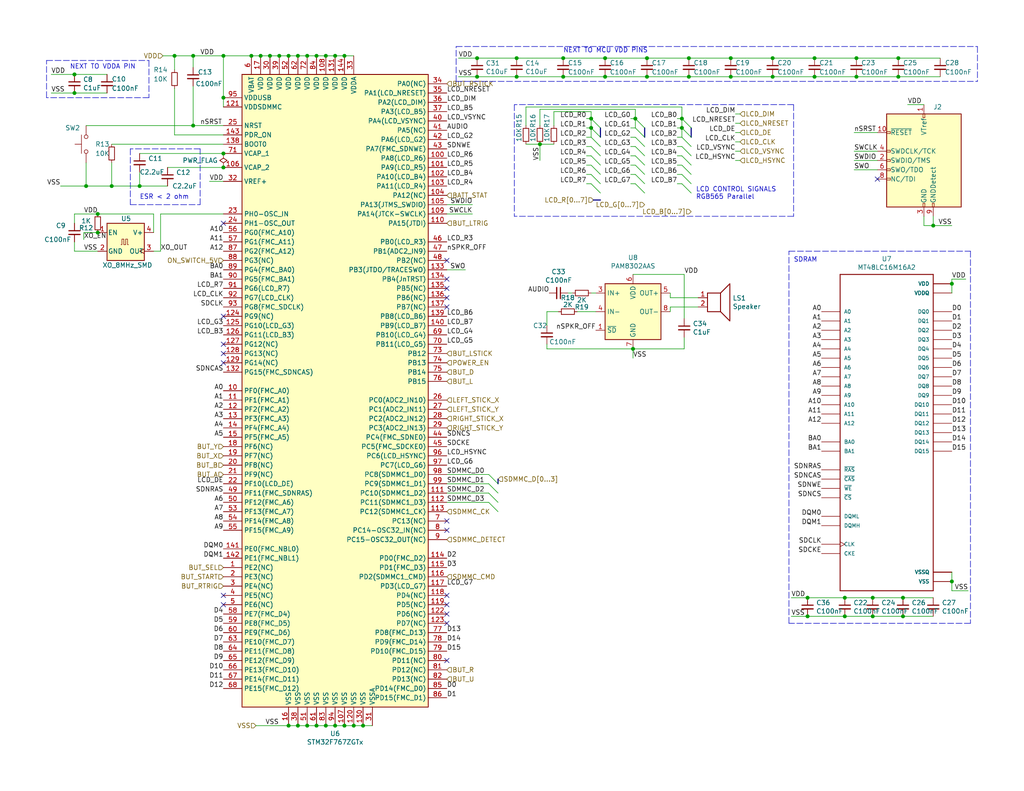
<source format=kicad_sch>
(kicad_sch (version 20210621) (generator eeschema)
  (paper "A")
  (title_block (title "MCU/RAM/SOUND") (date "2019-11-10") (rev "A") (company "Justin Alexander"))
  (junction (at 20.32 20.32) (diameter 0.9144))
  (junction (at 20.32 25.4) (diameter 0.9144))
  (junction (at 23.495 50.8) (diameter 0.9144))
  (junction (at 26.67 58.42) (diameter 0.9144))
  (junction (at 26.67 63.5) (diameter 0.9144))
  (junction (at 30.48 50.8) (diameter 0.9144))
  (junction (at 38.1 50.8) (diameter 0.9144))
  (junction (at 47.625 15.24) (diameter 0.9144))
  (junction (at 52.705 15.24) (diameter 0.9144))
  (junction (at 52.705 34.29) (diameter 0.9144))
  (junction (at 60.96 15.24) (diameter 0.9144))
  (junction (at 60.96 26.67) (diameter 0.9144))
  (junction (at 60.96 41.91) (diameter 0.9144))
  (junction (at 60.96 45.72) (diameter 0.9144))
  (junction (at 68.58 15.24) (diameter 0.9144))
  (junction (at 71.12 15.24) (diameter 0.9144))
  (junction (at 73.66 15.24) (diameter 0.9144))
  (junction (at 76.2 15.24) (diameter 0.9144))
  (junction (at 78.74 15.24) (diameter 0.9144))
  (junction (at 78.74 198.12) (diameter 0.9144))
  (junction (at 81.28 15.24) (diameter 0.9144))
  (junction (at 81.28 198.12) (diameter 0.9144))
  (junction (at 83.82 15.24) (diameter 0.9144))
  (junction (at 83.82 198.12) (diameter 0.9144))
  (junction (at 86.36 15.24) (diameter 0.9144))
  (junction (at 86.36 198.12) (diameter 0.9144))
  (junction (at 88.9 15.24) (diameter 0.9144))
  (junction (at 88.9 198.12) (diameter 0.9144))
  (junction (at 91.44 15.24) (diameter 0.9144))
  (junction (at 91.44 198.12) (diameter 0.9144))
  (junction (at 93.98 15.24) (diameter 0.9144))
  (junction (at 93.98 198.12) (diameter 0.9144))
  (junction (at 96.52 198.12) (diameter 0.9144))
  (junction (at 99.06 198.12) (diameter 0.9144))
  (junction (at 130.175 15.875) (diameter 0.9144))
  (junction (at 130.175 20.955) (diameter 0.9144))
  (junction (at 140.97 15.875) (diameter 0.9144))
  (junction (at 140.97 20.955) (diameter 0.9144))
  (junction (at 147.32 39.37) (diameter 0.9144))
  (junction (at 153.67 15.875) (diameter 0.9144))
  (junction (at 153.67 20.955) (diameter 0.9144))
  (junction (at 161.29 32.385) (diameter 0.9144))
  (junction (at 161.29 34.925) (diameter 0.9144))
  (junction (at 165.1 15.875) (diameter 0.9144))
  (junction (at 165.1 20.955) (diameter 0.9144))
  (junction (at 172.72 95.25) (diameter 0.9144))
  (junction (at 173.355 32.385) (diameter 0.9144))
  (junction (at 176.53 15.875) (diameter 0.9144))
  (junction (at 176.53 20.955) (diameter 0.9144))
  (junction (at 186.055 32.385) (diameter 0.9144))
  (junction (at 186.055 34.925) (diameter 0.9144))
  (junction (at 187.96 15.875) (diameter 0.9144))
  (junction (at 187.96 20.955) (diameter 0.9144))
  (junction (at 199.39 15.875) (diameter 0.9144))
  (junction (at 199.39 20.955) (diameter 0.9144))
  (junction (at 210.82 15.875) (diameter 0.9144))
  (junction (at 210.82 20.955) (diameter 0.9144))
  (junction (at 220.345 163.195) (diameter 0.9144))
  (junction (at 220.345 168.275) (diameter 0.9144))
  (junction (at 222.25 15.875) (diameter 0.9144))
  (junction (at 222.25 20.955) (diameter 0.9144))
  (junction (at 230.505 163.195) (diameter 0.9144))
  (junction (at 230.505 168.275) (diameter 0.9144))
  (junction (at 233.68 15.875) (diameter 0.9144))
  (junction (at 233.68 20.955) (diameter 0.9144))
  (junction (at 238.125 163.195) (diameter 0.9144))
  (junction (at 238.125 168.275) (diameter 0.9144))
  (junction (at 245.11 15.875) (diameter 0.9144))
  (junction (at 245.11 20.955) (diameter 0.9144))
  (junction (at 246.38 163.195) (diameter 0.9144))
  (junction (at 246.38 168.275) (diameter 0.9144))
  (junction (at 254.635 61.595) (diameter 0.9144))
  (junction (at 259.715 77.47) (diameter 0.9144))
  (junction (at 259.715 158.75) (diameter 0.9144))
  (no_connect (at 60.96 60.96))
  (no_connect (at 60.96 86.36))
  (no_connect (at 60.96 93.98))
  (no_connect (at 60.96 96.52))
  (no_connect (at 60.96 99.06))
  (no_connect (at 60.96 162.56))
  (no_connect (at 60.96 165.1))
  (no_connect (at 121.92 71.12))
  (no_connect (at 121.92 76.2))
  (no_connect (at 121.92 78.74))
  (no_connect (at 121.92 81.28))
  (no_connect (at 121.92 83.82))
  (no_connect (at 121.92 142.24))
  (no_connect (at 121.92 144.78))
  (no_connect (at 121.92 162.56))
  (no_connect (at 121.92 165.1))
  (no_connect (at 121.92 167.64))
  (no_connect (at 121.92 170.18))
  (no_connect (at 121.92 180.34))
  (no_connect (at 239.395 48.895))
  (bus_entry (at 133.35 129.54) (size 2.54 2.54) (stroke (width 0.1524)))
  (bus_entry (at 133.35 132.08) (size 2.54 2.54) (stroke (width 0.1524)))
  (bus_entry (at 133.35 134.62) (size 2.54 2.54) (stroke (width 0.1524)))
  (bus_entry (at 133.35 137.16) (size 2.54 2.54) (stroke (width 0.1524)))
  (bus_entry (at 161.29 32.385) (size 2.54 2.54) (stroke (width 0.1524)))
  (bus_entry (at 161.29 34.925) (size 2.54 2.54) (stroke (width 0.1524)))
  (bus_entry (at 161.29 37.465) (size 2.54 2.54) (stroke (width 0.1524)))
  (bus_entry (at 161.29 40.005) (size 2.54 2.54) (stroke (width 0.1524)))
  (bus_entry (at 161.29 42.545) (size 2.54 2.54) (stroke (width 0.1524)))
  (bus_entry (at 161.29 45.085) (size 2.54 2.54) (stroke (width 0.1524)))
  (bus_entry (at 161.29 47.625) (size 2.54 2.54) (stroke (width 0.1524)))
  (bus_entry (at 161.29 50.165) (size 2.54 2.54) (stroke (width 0.1524)))
  (bus_entry (at 173.355 32.385) (size 2.54 2.54) (stroke (width 0.1524)))
  (bus_entry (at 173.355 34.925) (size 2.54 2.54) (stroke (width 0.1524)))
  (bus_entry (at 173.355 37.465) (size 2.54 2.54) (stroke (width 0.1524)))
  (bus_entry (at 173.355 40.005) (size 2.54 2.54) (stroke (width 0.1524)))
  (bus_entry (at 173.355 42.545) (size 2.54 2.54) (stroke (width 0.1524)))
  (bus_entry (at 173.355 45.085) (size 2.54 2.54) (stroke (width 0.1524)))
  (bus_entry (at 173.355 47.625) (size 2.54 2.54) (stroke (width 0.1524)))
  (bus_entry (at 173.355 50.165) (size 2.54 2.54) (stroke (width 0.1524)))
  (bus_entry (at 186.055 32.385) (size 2.54 2.54) (stroke (width 0.1524)))
  (bus_entry (at 186.055 34.925) (size 2.54 2.54) (stroke (width 0.1524)))
  (bus_entry (at 186.055 37.465) (size 2.54 2.54) (stroke (width 0.1524)))
  (bus_entry (at 186.055 40.005) (size 2.54 2.54) (stroke (width 0.1524)))
  (bus_entry (at 186.055 42.545) (size 2.54 2.54) (stroke (width 0.1524)))
  (bus_entry (at 186.055 45.085) (size 2.54 2.54) (stroke (width 0.1524)))
  (bus_entry (at 186.055 47.625) (size 2.54 2.54) (stroke (width 0.1524)))
  (bus_entry (at 186.055 50.165) (size 2.54 2.54) (stroke (width 0.1524)))
  (wire (pts (xy 16.51 50.8) (xy 23.495 50.8)))
  (wire (pts (xy 20.32 20.32) (xy 13.97 20.32)))
  (wire (pts (xy 20.32 25.4) (xy 13.97 25.4)))
  (wire (pts (xy 20.32 58.42) (xy 20.32 60.96)))
  (wire (pts (xy 20.32 58.42) (xy 26.67 58.42)))
  (wire (pts (xy 20.32 66.04) (xy 20.32 68.58)))
  (wire (pts (xy 20.32 68.58) (xy 26.67 68.58)))
  (wire (pts (xy 22.86 63.5) (xy 22.86 65.405)))
  (wire (pts (xy 23.495 44.45) (xy 23.495 50.8)))
  (wire (pts (xy 23.495 50.8) (xy 30.48 50.8)))
  (wire (pts (xy 26.67 63.5) (xy 22.86 63.5)))
  (wire (pts (xy 29.21 20.32) (xy 20.32 20.32)))
  (wire (pts (xy 29.21 25.4) (xy 20.32 25.4)))
  (wire (pts (xy 30.48 39.37) (xy 60.96 39.37)))
  (wire (pts (xy 30.48 44.45) (xy 30.48 50.8)))
  (wire (pts (xy 38.1 41.91) (xy 60.96 41.91)))
  (wire (pts (xy 38.1 46.99) (xy 38.1 50.8)))
  (wire (pts (xy 38.1 50.8) (xy 30.48 50.8)))
  (wire (pts (xy 41.91 58.42) (xy 26.67 58.42)))
  (wire (pts (xy 41.91 63.5) (xy 41.91 58.42)))
  (wire (pts (xy 41.91 68.58) (xy 43.815 68.58)))
  (wire (pts (xy 43.815 58.42) (xy 60.96 58.42)))
  (wire (pts (xy 43.815 68.58) (xy 43.815 58.42)))
  (wire (pts (xy 44.45 15.24) (xy 47.625 15.24)))
  (wire (pts (xy 45.72 45.72) (xy 60.96 45.72)))
  (wire (pts (xy 45.72 50.8) (xy 38.1 50.8)))
  (wire (pts (xy 47.625 15.24) (xy 52.705 15.24)))
  (wire (pts (xy 47.625 19.05) (xy 47.625 15.24)))
  (wire (pts (xy 47.625 36.83) (xy 47.625 24.13)))
  (wire (pts (xy 47.625 36.83) (xy 60.96 36.83)))
  (wire (pts (xy 52.705 15.24) (xy 60.96 15.24)))
  (wire (pts (xy 52.705 18.415) (xy 52.705 15.24)))
  (wire (pts (xy 52.705 23.495) (xy 52.705 34.29)))
  (wire (pts (xy 52.705 34.29) (xy 23.495 34.29)))
  (wire (pts (xy 52.705 34.29) (xy 60.96 34.29)))
  (wire (pts (xy 60.96 15.24) (xy 68.58 15.24)))
  (wire (pts (xy 60.96 26.67) (xy 60.96 15.24)))
  (wire (pts (xy 60.96 29.21) (xy 60.96 26.67)))
  (wire (pts (xy 60.96 49.53) (xy 57.15 49.53)))
  (wire (pts (xy 68.58 15.24) (xy 71.12 15.24)))
  (wire (pts (xy 69.85 198.12) (xy 78.74 198.12)))
  (wire (pts (xy 71.12 15.24) (xy 73.66 15.24)))
  (wire (pts (xy 73.66 15.24) (xy 76.2 15.24)))
  (wire (pts (xy 76.2 15.24) (xy 78.74 15.24)))
  (wire (pts (xy 78.74 15.24) (xy 81.28 15.24)))
  (wire (pts (xy 81.28 15.24) (xy 83.82 15.24)))
  (wire (pts (xy 81.28 198.12) (xy 78.74 198.12)))
  (wire (pts (xy 83.82 15.24) (xy 86.36 15.24)))
  (wire (pts (xy 83.82 198.12) (xy 81.28 198.12)))
  (wire (pts (xy 86.36 15.24) (xy 88.9 15.24)))
  (wire (pts (xy 86.36 198.12) (xy 83.82 198.12)))
  (wire (pts (xy 88.9 15.24) (xy 91.44 15.24)))
  (wire (pts (xy 88.9 198.12) (xy 86.36 198.12)))
  (wire (pts (xy 91.44 15.24) (xy 93.98 15.24)))
  (wire (pts (xy 91.44 198.12) (xy 88.9 198.12)))
  (wire (pts (xy 93.98 15.24) (xy 96.52 15.24)))
  (wire (pts (xy 93.98 198.12) (xy 91.44 198.12)))
  (wire (pts (xy 96.52 198.12) (xy 93.98 198.12)))
  (wire (pts (xy 99.06 198.12) (xy 96.52 198.12)))
  (wire (pts (xy 101.6 198.12) (xy 99.06 198.12)))
  (wire (pts (xy 121.92 55.88) (xy 128.905 55.88)))
  (wire (pts (xy 121.92 58.42) (xy 128.905 58.42)))
  (wire (pts (xy 121.92 73.66) (xy 127 73.66)))
  (wire (pts (xy 121.92 132.08) (xy 133.35 132.08)))
  (wire (pts (xy 121.92 134.62) (xy 133.35 134.62)))
  (wire (pts (xy 121.92 137.16) (xy 133.35 137.16)))
  (wire (pts (xy 125.095 20.955) (xy 130.175 20.955)))
  (wire (pts (xy 130.175 15.875) (xy 125.095 15.875)))
  (wire (pts (xy 130.175 15.875) (xy 140.97 15.875)))
  (wire (pts (xy 130.175 20.955) (xy 140.97 20.955)))
  (wire (pts (xy 133.35 129.54) (xy 121.92 129.54)))
  (wire (pts (xy 140.97 15.875) (xy 153.67 15.875)))
  (wire (pts (xy 140.97 20.955) (xy 153.67 20.955)))
  (wire (pts (xy 143.51 29.21) (xy 186.055 29.21)))
  (wire (pts (xy 143.51 34.29) (xy 143.51 29.21)))
  (wire (pts (xy 143.51 39.37) (xy 147.32 39.37)))
  (wire (pts (xy 147.32 29.845) (xy 173.355 29.845)))
  (wire (pts (xy 147.32 34.29) (xy 147.32 29.845)))
  (wire (pts (xy 147.32 39.37) (xy 147.32 43.815)))
  (wire (pts (xy 147.32 39.37) (xy 151.13 39.37)))
  (wire (pts (xy 149.225 85.09) (xy 149.225 88.9)))
  (wire (pts (xy 149.225 93.98) (xy 149.225 95.25)))
  (wire (pts (xy 149.225 95.25) (xy 172.72 95.25)))
  (wire (pts (xy 151.13 30.48) (xy 161.29 30.48)))
  (wire (pts (xy 151.13 34.29) (xy 151.13 30.48)))
  (wire (pts (xy 152.4 85.09) (xy 149.225 85.09)))
  (wire (pts (xy 153.67 20.955) (xy 165.1 20.955)))
  (wire (pts (xy 154.94 80.01) (xy 156.21 80.01)))
  (wire (pts (xy 157.48 85.09) (xy 162.56 85.09)))
  (wire (pts (xy 160.02 32.385) (xy 161.29 32.385)))
  (wire (pts (xy 160.02 34.925) (xy 161.29 34.925)))
  (wire (pts (xy 160.02 37.465) (xy 161.29 37.465)))
  (wire (pts (xy 160.02 40.005) (xy 161.29 40.005)))
  (wire (pts (xy 160.02 42.545) (xy 161.29 42.545)))
  (wire (pts (xy 160.02 45.085) (xy 161.29 45.085)))
  (wire (pts (xy 160.02 47.625) (xy 161.29 47.625)))
  (wire (pts (xy 160.02 50.165) (xy 161.29 50.165)))
  (wire (pts (xy 161.29 32.385) (xy 161.29 30.48)))
  (wire (pts (xy 161.29 34.925) (xy 161.29 32.385)))
  (wire (pts (xy 161.29 37.465) (xy 161.29 34.925)))
  (wire (pts (xy 161.29 80.01) (xy 162.56 80.01)))
  (wire (pts (xy 165.1 15.875) (xy 153.67 15.875)))
  (wire (pts (xy 172.085 32.385) (xy 173.355 32.385)))
  (wire (pts (xy 172.085 34.925) (xy 173.355 34.925)))
  (wire (pts (xy 172.085 37.465) (xy 173.355 37.465)))
  (wire (pts (xy 172.085 40.005) (xy 173.355 40.005)))
  (wire (pts (xy 172.085 42.545) (xy 173.355 42.545)))
  (wire (pts (xy 172.085 45.085) (xy 173.355 45.085)))
  (wire (pts (xy 172.085 47.625) (xy 173.355 47.625)))
  (wire (pts (xy 172.085 50.165) (xy 173.355 50.165)))
  (wire (pts (xy 172.72 74.93) (xy 186.69 74.93)))
  (wire (pts (xy 172.72 95.25) (xy 172.72 97.79)))
  (wire (pts (xy 173.355 29.845) (xy 173.355 32.385)))
  (wire (pts (xy 173.355 34.925) (xy 173.355 32.385)))
  (wire (pts (xy 176.53 15.875) (xy 165.1 15.875)))
  (wire (pts (xy 176.53 20.955) (xy 165.1 20.955)))
  (wire (pts (xy 182.88 80.01) (xy 182.88 81.28)))
  (wire (pts (xy 182.88 81.28) (xy 190.5 81.28)))
  (wire (pts (xy 182.88 83.82) (xy 190.5 83.82)))
  (wire (pts (xy 182.88 85.09) (xy 182.88 83.82)))
  (wire (pts (xy 184.785 32.385) (xy 186.055 32.385)))
  (wire (pts (xy 184.785 34.925) (xy 186.055 34.925)))
  (wire (pts (xy 184.785 37.465) (xy 186.055 37.465)))
  (wire (pts (xy 184.785 40.005) (xy 186.055 40.005)))
  (wire (pts (xy 184.785 42.545) (xy 186.055 42.545)))
  (wire (pts (xy 184.785 45.085) (xy 186.055 45.085)))
  (wire (pts (xy 184.785 47.625) (xy 186.055 47.625)))
  (wire (pts (xy 184.785 50.165) (xy 186.055 50.165)))
  (wire (pts (xy 186.055 29.21) (xy 186.055 32.385)))
  (wire (pts (xy 186.055 34.925) (xy 186.055 32.385)))
  (wire (pts (xy 186.055 37.465) (xy 186.055 34.925)))
  (wire (pts (xy 186.69 74.93) (xy 186.69 86.995)))
  (wire (pts (xy 186.69 92.075) (xy 186.69 95.25)))
  (wire (pts (xy 186.69 95.25) (xy 172.72 95.25)))
  (wire (pts (xy 187.96 15.875) (xy 176.53 15.875)))
  (wire (pts (xy 187.96 20.955) (xy 176.53 20.955)))
  (wire (pts (xy 199.39 15.875) (xy 187.96 15.875)))
  (wire (pts (xy 199.39 20.955) (xy 187.96 20.955)))
  (wire (pts (xy 200.66 31.115) (xy 201.93 31.115)))
  (wire (pts (xy 200.66 33.655) (xy 201.93 33.655)))
  (wire (pts (xy 200.66 36.195) (xy 201.93 36.195)))
  (wire (pts (xy 200.66 38.735) (xy 201.93 38.735)))
  (wire (pts (xy 200.66 41.275) (xy 201.93 41.275)))
  (wire (pts (xy 200.66 43.815) (xy 201.93 43.815)))
  (wire (pts (xy 210.82 15.875) (xy 199.39 15.875)))
  (wire (pts (xy 210.82 20.955) (xy 199.39 20.955)))
  (wire (pts (xy 215.9 163.195) (xy 220.345 163.195)))
  (wire (pts (xy 215.9 168.275) (xy 220.345 168.275)))
  (wire (pts (xy 220.345 163.195) (xy 230.505 163.195)))
  (wire (pts (xy 220.345 168.275) (xy 230.505 168.275)))
  (wire (pts (xy 222.25 15.875) (xy 210.82 15.875)))
  (wire (pts (xy 222.25 20.955) (xy 210.82 20.955)))
  (wire (pts (xy 230.505 163.195) (xy 238.125 163.195)))
  (wire (pts (xy 230.505 168.275) (xy 238.125 168.275)))
  (wire (pts (xy 233.68 15.875) (xy 222.25 15.875)))
  (wire (pts (xy 233.68 20.955) (xy 222.25 20.955)))
  (wire (pts (xy 239.395 36.195) (xy 233.045 36.195)))
  (wire (pts (xy 239.395 41.275) (xy 233.045 41.275)))
  (wire (pts (xy 239.395 43.815) (xy 233.045 43.815)))
  (wire (pts (xy 239.395 46.355) (xy 233.045 46.355)))
  (wire (pts (xy 245.11 15.875) (xy 233.68 15.875)))
  (wire (pts (xy 245.11 20.955) (xy 233.68 20.955)))
  (wire (pts (xy 246.38 163.195) (xy 238.125 163.195)))
  (wire (pts (xy 246.38 168.275) (xy 238.125 168.275)))
  (wire (pts (xy 252.095 28.575) (xy 247.65 28.575)))
  (wire (pts (xy 252.095 59.055) (xy 252.095 61.595)))
  (wire (pts (xy 252.095 61.595) (xy 254.635 61.595)))
  (wire (pts (xy 254.635 59.055) (xy 254.635 61.595)))
  (wire (pts (xy 254.635 61.595) (xy 259.715 61.595)))
  (wire (pts (xy 254.635 163.195) (xy 246.38 163.195)))
  (wire (pts (xy 254.635 168.275) (xy 246.38 168.275)))
  (wire (pts (xy 256.54 15.875) (xy 245.11 15.875)))
  (wire (pts (xy 256.54 20.955) (xy 245.11 20.955)))
  (wire (pts (xy 259.715 76.2) (xy 259.715 77.47)))
  (wire (pts (xy 259.715 76.2) (xy 263.525 76.2)))
  (wire (pts (xy 259.715 80.01) (xy 259.715 77.47)))
  (wire (pts (xy 259.715 156.21) (xy 259.715 158.75)))
  (wire (pts (xy 259.715 158.75) (xy 259.715 161.29)))
  (wire (pts (xy 259.715 161.29) (xy 264.16 161.29)))
  (bus (pts (xy 135.89 130.81) (xy 135.89 139.7)))
  (bus (pts (xy 163.83 34.925) (xy 163.83 54.61)))
  (bus (pts (xy 163.83 54.61) (xy 161.925 54.61)))
  (bus (pts (xy 175.895 34.925) (xy 175.895 55.88)))
  (bus (pts (xy 188.595 34.925) (xy 188.595 57.785)))
  (polyline (pts (xy 12.7 16.51) (xy 40.64 16.51)) (stroke (width 0) (type dash)))
  (polyline (pts (xy 12.7 26.67) (xy 12.7 16.51)) (stroke (width 0) (type dash)))
  (polyline (pts (xy 35.56 40.64) (xy 35.56 55.88)) (stroke (width 0) (type dash)))
  (polyline (pts (xy 35.56 55.88) (xy 54.61 55.88)) (stroke (width 0) (type dash)))
  (polyline (pts (xy 40.64 16.51) (xy 40.64 26.67)) (stroke (width 0) (type dash)))
  (polyline (pts (xy 40.64 26.67) (xy 12.7 26.67)) (stroke (width 0) (type dash)))
  (polyline (pts (xy 54.61 40.64) (xy 35.56 40.64)) (stroke (width 0) (type dash)))
  (polyline (pts (xy 54.61 55.88) (xy 54.61 40.64)) (stroke (width 0) (type dash)))
  (polyline (pts (xy 124.46 12.7) (xy 266.7 12.7)) (stroke (width 0) (type dash)))
  (polyline (pts (xy 124.46 22.225) (xy 124.46 12.7)) (stroke (width 0) (type dash)))
  (polyline (pts (xy 124.46 22.225) (xy 266.7 22.225)) (stroke (width 0) (type dash)))
  (polyline (pts (xy 140.335 28.575) (xy 140.335 59.055)) (stroke (width 0) (type dash)))
  (polyline (pts (xy 215.265 68.58) (xy 264.795 68.58)) (stroke (width 0) (type dash)))
  (polyline (pts (xy 215.265 170.18) (xy 215.265 68.58)) (stroke (width 0) (type dash)))
  (polyline (pts (xy 216.535 28.575) (xy 140.335 28.575)) (stroke (width 0) (type dash)))
  (polyline (pts (xy 216.535 28.575) (xy 216.535 59.055)) (stroke (width 0) (type dash)))
  (polyline (pts (xy 216.535 59.055) (xy 140.335 59.055)) (stroke (width 0) (type dash)))
  (polyline (pts (xy 264.795 68.58) (xy 264.795 170.18)) (stroke (width 0) (type dash)))
  (polyline (pts (xy 264.795 170.18) (xy 215.265 170.18)) (stroke (width 0) (type dash)))
  (polyline (pts (xy 266.7 12.7) (xy 266.7 22.225)) (stroke (width 0) (type dash)))
  (text "NEXT TO VDDA PIN" (at 19.05 19.05 0) (effects (font (size 1.27 1.27)) (justify left bottom)))
  (text "ESR < 2 ohm" (at 38.1 54.61 0) (effects (font (size 1.27 1.27)) (justify left bottom)))
  (text "NEXT TO MCU VDD PINS" (at 153.67 14.605 0) (effects (font (size 1.27 1.27)) (justify left bottom)))
  (text "LCD CONTROL SIGNALS\nRGB565 Parallel" (at 189.865 54.61 0) (effects (font (size 1.27 1.27)) (justify left bottom)))
  (text "SDRAM" (at 216.535 71.755 0) (effects (font (size 1.27 1.27)) (justify left bottom)))
  (label "VDD" (at 13.97 20.32 0))
  (label "VSS" (at 13.97 25.4 0))
  (label "VSS" (at 16.51 50.8 180))
  (label "VDD" (at 22.86 58.42 0))
  (label "XO_EN" (at 22.86 65.405 0))
  (label "VSS" (at 22.86 68.58 0))
  (label "XO_OUT" (at 43.815 68.58 0))
  (label "VDD" (at 54.61 15.24 0))
  (label "nSRST" (at 54.61 34.29 0))
  (label "VDD" (at 57.15 49.53 0))
  (label "A10" (at 60.96 63.5 180))
  (label "A11" (at 60.96 66.04 180))
  (label "A12" (at 60.96 68.58 180))
  (label "BA0" (at 60.96 73.66 180))
  (label "BA1" (at 60.96 76.2 180))
  (label "LCD_R7" (at 60.96 78.74 180))
  (label "LCD_CLK" (at 60.96 81.28 180))
  (label "SDCLK" (at 60.96 83.82 180))
  (label "LCD_G3" (at 60.96 88.9 180))
  (label "LCD_B3" (at 60.96 91.44 180))
  (label "SDNCAS" (at 60.96 101.6 180))
  (label "A0" (at 60.96 106.68 180))
  (label "A1" (at 60.96 109.22 180))
  (label "A2" (at 60.96 111.76 180))
  (label "A3" (at 60.96 114.3 180))
  (label "A4" (at 60.96 116.84 180))
  (label "A5" (at 60.96 119.38 180))
  (label "LCD_DE" (at 60.96 132.08 180))
  (label "SDNRAS" (at 60.96 134.62 180))
  (label "A6" (at 60.96 137.16 180))
  (label "A7" (at 60.96 139.7 180))
  (label "A8" (at 60.96 142.24 180))
  (label "A9" (at 60.96 144.78 180))
  (label "DQM0" (at 60.96 149.86 180))
  (label "DQM1" (at 60.96 152.4 180))
  (label "D4" (at 60.96 167.64 180))
  (label "D5" (at 60.96 170.18 180))
  (label "D6" (at 60.96 172.72 180))
  (label "D7" (at 60.96 175.26 180))
  (label "D8" (at 60.96 177.8 180))
  (label "D9" (at 60.96 180.34 180))
  (label "D10" (at 60.96 182.88 180))
  (label "D11" (at 60.96 185.42 180))
  (label "D12" (at 60.96 187.96 180))
  (label "VSS" (at 72.39 198.12 0))
  (label "LCD_NRESET" (at 121.92 25.4 0))
  (label "LCD_DIM" (at 121.92 27.94 0))
  (label "LCD_B5" (at 121.92 30.48 0))
  (label "LCD_VSYNC" (at 121.92 33.02 0))
  (label "AUDIO" (at 121.92 35.56 0))
  (label "LCD_G2" (at 121.92 38.1 0))
  (label "SDNWE" (at 121.92 40.64 0))
  (label "LCD_R6" (at 121.92 43.18 0))
  (label "LCD_R5" (at 121.92 45.72 0))
  (label "LCD_B4" (at 121.92 48.26 0))
  (label "LCD_R4" (at 121.92 50.8 0))
  (label "LCD_R3" (at 121.92 66.04 0))
  (label "nSPKR_OFF" (at 121.92 68.58 0))
  (label "LCD_B6" (at 121.92 86.36 0))
  (label "LCD_B7" (at 121.92 88.9 0))
  (label "LCD_G4" (at 121.92 91.44 0))
  (label "LCD_G5" (at 121.92 93.98 0))
  (label "SDNCS" (at 121.92 119.38 0))
  (label "SDCKE" (at 121.92 121.92 0))
  (label "LCD_HSYNC" (at 121.92 124.46 0))
  (label "LCD_G6" (at 121.92 127 0))
  (label "SDMMC_D0" (at 121.92 129.54 0))
  (label "SDMMC_D1" (at 121.92 132.08 0))
  (label "SDMMC_D2" (at 121.92 134.62 0))
  (label "SDMMC_D3" (at 121.92 137.16 0))
  (label "D2" (at 121.92 152.4 0))
  (label "D3" (at 121.92 154.94 0))
  (label "LCD_G7" (at 121.92 160.02 0))
  (label "D13" (at 121.92 172.72 0))
  (label "D14" (at 121.92 175.26 0))
  (label "D15" (at 121.92 177.8 0))
  (label "D0" (at 121.92 187.96 0))
  (label "D1" (at 121.92 190.5 0))
  (label "VDD" (at 125.095 15.875 0))
  (label "VSS" (at 125.095 20.955 0))
  (label "SWO" (at 127 73.66 180))
  (label "SWDIO" (at 128.905 55.88 180))
  (label "SWCLK" (at 128.905 58.42 180))
  (label "VSS" (at 147.32 43.815 90))
  (label "AUDIO" (at 149.86 80.01 180))
  (label "LCD_R0" (at 160.02 32.385 180))
  (label "LCD_R1" (at 160.02 34.925 180))
  (label "LCD_R2" (at 160.02 37.465 180))
  (label "LCD_R3" (at 160.02 40.005 180))
  (label "LCD_R4" (at 160.02 42.545 180))
  (label "LCD_R5" (at 160.02 45.085 180))
  (label "LCD_R6" (at 160.02 47.625 180))
  (label "LCD_R7" (at 160.02 50.165 180))
  (label "nSPKR_OFF" (at 162.56 90.17 180))
  (label "LCD_G0" (at 172.085 32.385 180))
  (label "LCD_G1" (at 172.085 34.925 180))
  (label "LCD_G2" (at 172.085 37.465 180))
  (label "LCD_G3" (at 172.085 40.005 180))
  (label "LCD_G4" (at 172.085 42.545 180))
  (label "LCD_G5" (at 172.085 45.085 180))
  (label "LCD_G6" (at 172.085 47.625 180))
  (label "LCD_G7" (at 172.085 50.165 180))
  (label "VSS" (at 172.72 97.79 0))
  (label "LCD_B0" (at 184.785 32.385 180))
  (label "LCD_B1" (at 184.785 34.925 180))
  (label "LCD_B2" (at 184.785 37.465 180))
  (label "LCD_B3" (at 184.785 40.005 180))
  (label "LCD_B4" (at 184.785 42.545 180))
  (label "LCD_B5" (at 184.785 45.085 180))
  (label "LCD_B6" (at 184.785 47.625 180))
  (label "LCD_B7" (at 184.785 50.165 180))
  (label "VDD" (at 186.69 74.93 0))
  (label "LCD_DIM" (at 200.66 31.115 180))
  (label "LCD_NRESET" (at 200.66 33.655 180))
  (label "LCD_DE" (at 200.66 36.195 180))
  (label "LCD_CLK" (at 200.66 38.735 180))
  (label "LCD_VSYNC" (at 200.66 41.275 180))
  (label "LCD_HSYNC" (at 200.66 43.815 180))
  (label "VDD" (at 215.9 163.195 0))
  (label "VSS" (at 215.9 168.275 0))
  (label "A0" (at 224.155 85.09 180))
  (label "A1" (at 224.155 87.63 180))
  (label "A2" (at 224.155 90.17 180))
  (label "A3" (at 224.155 92.71 180))
  (label "A4" (at 224.155 95.25 180))
  (label "A5" (at 224.155 97.79 180))
  (label "A6" (at 224.155 100.33 180))
  (label "A7" (at 224.155 102.87 180))
  (label "A8" (at 224.155 105.41 180))
  (label "A9" (at 224.155 107.95 180))
  (label "A10" (at 224.155 110.49 180))
  (label "A11" (at 224.155 113.03 180))
  (label "A12" (at 224.155 115.57 180))
  (label "BA0" (at 224.155 120.65 180))
  (label "BA1" (at 224.155 123.19 180))
  (label "SDNRAS" (at 224.155 128.27 180))
  (label "SDNCAS" (at 224.155 130.81 180))
  (label "SDNWE" (at 224.155 133.35 180))
  (label "SDNCS" (at 224.155 135.89 180))
  (label "DQM0" (at 224.155 140.97 180))
  (label "DQM1" (at 224.155 143.51 180))
  (label "SDCLK" (at 224.155 148.59 180))
  (label "SDCKE" (at 224.155 151.13 180))
  (label "nSRST" (at 233.045 36.195 0))
  (label "SWCLK" (at 233.045 41.275 0))
  (label "SWDIO" (at 233.045 43.815 0))
  (label "SWO" (at 233.045 46.355 0))
  (label "VDD" (at 247.65 28.575 0))
  (label "VSS" (at 259.715 61.595 180))
  (label "D0" (at 259.715 85.09 0))
  (label "D1" (at 259.715 87.63 0))
  (label "D2" (at 259.715 90.17 0))
  (label "D3" (at 259.715 92.71 0))
  (label "D4" (at 259.715 95.25 0))
  (label "D5" (at 259.715 97.79 0))
  (label "D6" (at 259.715 100.33 0))
  (label "D7" (at 259.715 102.87 0))
  (label "D8" (at 259.715 105.41 0))
  (label "D9" (at 259.715 107.95 0))
  (label "D10" (at 259.715 110.49 0))
  (label "D11" (at 259.715 113.03 0))
  (label "D12" (at 259.715 115.57 0))
  (label "D13" (at 259.715 118.11 0))
  (label "D14" (at 259.715 120.65 0))
  (label "D15" (at 259.715 123.19 0))
  (label "VDD" (at 263.525 76.2 180))
  (label "VSS" (at 264.16 161.29 180))
  (hierarchical_label "VDD" (shape input) (at 44.45 15.24 180))
  (hierarchical_label "ON_SWITCH_5V" (shape input) (at 60.96 71.12 180))
  (hierarchical_label "BUT_Y" (shape input) (at 60.96 121.92 180))
  (hierarchical_label "BUT_X" (shape input) (at 60.96 124.46 180))
  (hierarchical_label "BUT_B" (shape input) (at 60.96 127 180))
  (hierarchical_label "BUT_A" (shape input) (at 60.96 129.54 180))
  (hierarchical_label "BUT_SEL" (shape input) (at 60.96 154.94 180))
  (hierarchical_label "BUT_START" (shape input) (at 60.96 157.48 180))
  (hierarchical_label "BUT_RTRIG" (shape input) (at 60.96 160.02 180))
  (hierarchical_label "VSS" (shape input) (at 69.85 198.12 180))
  (hierarchical_label "BUT_RSTICK" (shape input) (at 121.92 22.86 0))
  (hierarchical_label "BATT_STAT" (shape input) (at 121.92 53.34 0))
  (hierarchical_label "BUT_LTRIG" (shape input) (at 121.92 60.96 0))
  (hierarchical_label "BUT_LSTICK" (shape input) (at 121.92 96.52 0))
  (hierarchical_label "POWER_EN" (shape input) (at 121.92 99.06 0))
  (hierarchical_label "BUT_D" (shape input) (at 121.92 101.6 0))
  (hierarchical_label "BUT_L" (shape input) (at 121.92 104.14 0))
  (hierarchical_label "LEFT_STICK_X" (shape input) (at 121.92 109.22 0))
  (hierarchical_label "LEFT_STICK_Y" (shape input) (at 121.92 111.76 0))
  (hierarchical_label "RIGHT_STICK_X" (shape input) (at 121.92 114.3 0))
  (hierarchical_label "RIGHT_STICK_Y" (shape input) (at 121.92 116.84 0))
  (hierarchical_label "SDMMC_CK" (shape input) (at 121.92 139.7 0))
  (hierarchical_label "SDMMC_DETECT" (shape input) (at 121.92 147.32 0))
  (hierarchical_label "SDMMC_CMD" (shape input) (at 121.92 157.48 0))
  (hierarchical_label "BUT_R" (shape input) (at 121.92 182.88 0))
  (hierarchical_label "BUT_U" (shape input) (at 121.92 185.42 0))
  (hierarchical_label "SDMMC_D[0...3]" (shape input) (at 135.89 130.81 0))
  (hierarchical_label "LCD_R[0...7]" (shape input) (at 161.925 54.61 180))
  (hierarchical_label "LCD_G[0...7]" (shape input) (at 175.895 55.88 180))
  (hierarchical_label "LCD_B[0...7]" (shape input) (at 188.595 57.785 180))
  (hierarchical_label "LCD_DIM" (shape input) (at 201.93 31.115 0))
  (hierarchical_label "LCD_NRESET" (shape input) (at 201.93 33.655 0))
  (hierarchical_label "LCD_DE" (shape input) (at 201.93 36.195 0))
  (hierarchical_label "LCD_CLK" (shape input) (at 201.93 38.735 0))
  (hierarchical_label "LCD_VSYNC" (shape input) (at 201.93 41.275 0))
  (hierarchical_label "LCD_HSYNC" (shape input) (at 201.93 43.815 0))
  (symbol (lib_id "power:PWR_FLAG") (at 60.96 41.91 180) (unit 1)
    (property "Reference" "#FLG03" (effects hide))
    (property "Value" "PWR_FLAG" (effects hide))
  )
  (symbol (lib_id "power:PWR_FLAG") (at 60.96 45.72 0) (unit 1)
    (property "Reference" "#FLG04" (effects hide))
    (property "Value" "PWR_FLAG" (at 54.61 43.815 0))
  )
  (symbol (lib_id "Device:R_Small") (at 26.67 60.96 180) (unit 1)
    (property "Reference" "R12" (at 23.495 62.23 0))
    (property "Value" "1K" (at 23.495 60.325 0))
    (property "Footprint" "Resistor_SMD:R_0603_1608Metric" (effects hide))
  )
  (symbol (lib_id "Device:R_Small") (at 30.48 41.91 180) (unit 1)
    (property "Reference" "R13" (at 27.94 39.37 0))
    (property "Value" "10K" (at 27.94 41.91 0))
    (property "Footprint" "Resistor_SMD:R_0603_1608Metric" (effects hide))
  )
  (symbol (lib_id "Device:R_Small") (at 47.625 21.59 180) (unit 1)
    (property "Reference" "R14" (at 43.815 19.05 0))
    (property "Value" "10K" (at 43.815 21.59 0))
    (property "Footprint" "Resistor_SMD:R_0603_1608Metric" (effects hide))
  )
  (symbol (lib_id "Device:R_Small") (at 143.51 36.83 180) (unit 1)
    (property "Reference" "R15" (at 141.605 33.02 90))
    (property "Value" "10K" (at 141.605 36.83 90))
    (property "Footprint" "Resistor_SMD:R_0603_1608Metric" (effects hide))
  )
  (symbol (lib_id "Device:R_Small") (at 147.32 36.83 180) (unit 1)
    (property "Reference" "R16" (at 145.415 33.02 90))
    (property "Value" "10K" (at 145.415 36.83 90))
    (property "Footprint" "Resistor_SMD:R_0603_1608Metric" (effects hide))
  )
  (symbol (lib_id "Device:R_Small") (at 151.13 36.83 180) (unit 1)
    (property "Reference" "R17" (at 149.225 33.02 90))
    (property "Value" "10K" (at 149.225 36.83 90))
    (property "Footprint" "Resistor_SMD:R_0603_1608Metric" (effects hide))
  )
  (symbol (lib_id "Device:R_Small") (at 154.94 85.09 270) (unit 1)
    (property "Reference" "R18" (at 154.94 81.28 90))
    (property "Value" "2K" (at 154.94 83.185 90))
    (property "Footprint" "Resistor_SMD:R_0603_1608Metric" (effects hide))
  )
  (symbol (lib_id "Device:R_Small") (at 158.75 80.01 90) (unit 1)
    (property "Reference" "R19" (at 158.75 83.82 90))
    (property "Value" "2K" (at 158.75 81.915 90))
    (property "Footprint" "Resistor_SMD:R_0603_1608Metric" (effects hide))
  )
  (symbol (lib_id "parts-lib:C1uF") (at 20.32 22.86 0) (unit 1)
    (property "Reference" "C8" (at 22.6568 21.6916 0) (effects (justify left)))
    (property "Value" "C1uF" (at 22.6568 24.003 0) (effects (justify left)))
    (property "Footprint" "Capacitor_SMD:C_0603_1608Metric" (effects hide))
    (property "Datasheet" "https://datasheet.lcsc.com/szlcsc/YAGEO-CC0603KRX7R7BB105_C106248.pdf" (effects hide))
    (property "Part No." "CC0603KRX7R7BB105" (effects hide))
    (property "Manufacturer" "Yageo" (effects hide))
    (property "Distributor" "LCSC" (effects hide))
    (property "Distributor Part No." "C272771" (effects hide))
  )
  (symbol (lib_id "parts-lib:C100nF") (at 20.32 63.5 0) (unit 1)
    (property "Reference" "C9" (at 15.24 61.595 0) (effects (justify left)))
    (property "Value" "C100nF" (at 12.065 65.405 0) (effects (justify left)))
    (property "Footprint" "Capacitor_SMD:C_0603_1608Metric" (effects hide))
    (property "Datasheet" "https://datasheet.lcsc.com/szlcsc/YAGEO-CC0603KRX7R9BB104_C14663.pdf" (effects hide))
    (property "Part No." "AC0603KRX7R9BB104" (effects hide))
    (property "Manufacturer" "Yageo" (effects hide))
    (property "Distributor" "LCSC" (effects hide))
    (property "Distributor Part No." "C149620" (effects hide))
  )
  (symbol (lib_id "parts-lib:C100nF") (at 29.21 22.86 0) (unit 1)
    (property "Reference" "C10" (at 30.48 21.59 0) (effects (justify left)))
    (property "Value" "C100nF" (at 30.48 24.13 0) (effects (justify left)))
    (property "Footprint" "Capacitor_SMD:C_0603_1608Metric" (effects hide))
    (property "Datasheet" "https://datasheet.lcsc.com/szlcsc/YAGEO-CC0603KRX7R9BB104_C14663.pdf" (effects hide))
    (property "Part No." "AC0603KRX7R9BB104" (effects hide))
    (property "Manufacturer" "Yageo" (effects hide))
    (property "Distributor" "LCSC" (effects hide))
    (property "Distributor Part No." "C149620" (effects hide))
  )
  (symbol (lib_id "parts-lib:C2.2uF") (at 38.1 44.45 0) (unit 1)
    (property "Reference" "C11" (at 40.4368 43.2816 0) (effects (justify left)))
    (property "Value" "C2.2uF" (at 38.1 46.99 0) (effects (justify left)))
    (property "Footprint" "Capacitor_SMD:C_0603_1608Metric" (effects hide))
    (property "Datasheet" "https://datasheet.lcsc.com/szlcsc/YAGEO-CC0603KRX5R7BB225_C106853.pdf" (effects hide))
    (property "Part No." "CC0603KRX5R7BB225" (effects hide))
    (property "Manufacturer" "Yageo" (effects hide))
    (property "Distributor" "LCSC" (effects hide))
    (property "Distributor Part No." "C106853" (effects hide))
  )
  (symbol (lib_id "parts-lib:C2.2uF") (at 45.72 48.26 0) (unit 1)
    (property "Reference" "C12" (at 48.0568 47.0916 0) (effects (justify left)))
    (property "Value" "C2.2uF" (at 46.99 50.8 0) (effects (justify left)))
    (property "Footprint" "Capacitor_SMD:C_0603_1608Metric" (effects hide))
    (property "Datasheet" "https://datasheet.lcsc.com/szlcsc/YAGEO-CC0603KRX5R7BB225_C106853.pdf" (effects hide))
    (property "Part No." "CC0603KRX5R7BB225" (effects hide))
    (property "Manufacturer" "Yageo" (effects hide))
    (property "Distributor" "LCSC" (effects hide))
    (property "Distributor Part No." "C106853" (effects hide))
  )
  (symbol (lib_id "parts-lib:C100nF") (at 52.705 20.955 0) (unit 1)
    (property "Reference" "C13" (at 53.975 19.685 0) (effects (justify left)))
    (property "Value" "C100nF" (at 53.34 22.86 0) (effects (justify left)))
    (property "Footprint" "Capacitor_SMD:C_0603_1608Metric" (effects hide))
    (property "Datasheet" "https://datasheet.lcsc.com/szlcsc/YAGEO-CC0603KRX7R9BB104_C14663.pdf" (effects hide))
    (property "Part No." "AC0603KRX7R9BB104" (effects hide))
    (property "Manufacturer" "Yageo" (effects hide))
    (property "Distributor" "LCSC" (effects hide))
    (property "Distributor Part No." "C149620" (effects hide))
  )
  (symbol (lib_id "parts-lib:C10uF") (at 130.175 18.415 0) (unit 1)
    (property "Reference" "C31" (at 132.5118 17.2466 0) (effects (justify left)))
    (property "Value" "C10uF" (at 132.5118 19.558 0) (effects (justify left)))
    (property "Footprint" "Capacitor_SMD:C_1206_3216Metric" (effects hide))
    (property "Datasheet" "https://datasheet.lcsc.com/szlcsc/YAGEO-CC1206ZKY5V8BB106_C106238.pdf" (effects hide))
    (property "Part No." "CC1206ZKY5V8BB106" (effects hide))
    (property "Manufacturer" "Yageo" (effects hide))
    (property "Distributor" "LCSC" (effects hide))
    (property "Distributor Part No." "C106238" (effects hide))
  )
  (symbol (lib_id "parts-lib:C10uF") (at 140.97 18.415 0) (unit 1)
    (property "Reference" "C14" (at 143.3068 17.2466 0) (effects (justify left)))
    (property "Value" "C10uF" (at 143.3068 19.558 0) (effects (justify left)))
    (property "Footprint" "Capacitor_SMD:C_1206_3216Metric" (effects hide))
    (property "Datasheet" "https://datasheet.lcsc.com/szlcsc/YAGEO-CC1206ZKY5V8BB106_C106238.pdf" (effects hide))
    (property "Part No." "CC1206ZKY5V8BB106" (effects hide))
    (property "Manufacturer" "Yageo" (effects hide))
    (property "Distributor" "LCSC" (effects hide))
    (property "Distributor Part No." "C106238" (effects hide))
  )
  (symbol (lib_id "parts-lib:C100nF") (at 149.225 91.44 0) (unit 1)
    (property "Reference" "C32" (at 145.415 88.9 0) (effects (justify left)))
    (property "Value" "C100nF" (at 149.86 93.345 0) (effects (justify left)))
    (property "Footprint" "Capacitor_SMD:C_0603_1608Metric" (effects hide))
    (property "Datasheet" "https://datasheet.lcsc.com/szlcsc/YAGEO-CC0603KRX7R9BB104_C14663.pdf" (effects hide))
    (property "Part No." "AC0603KRX7R9BB104" (effects hide))
    (property "Manufacturer" "Yageo" (effects hide))
    (property "Distributor" "LCSC" (effects hide))
    (property "Distributor Part No." "C149620" (effects hide))
  )
  (symbol (lib_id "parts-lib:C100nF") (at 152.4 80.01 270) (unit 1)
    (property "Reference" "C33" (at 152.4 74.1934 90))
    (property "Value" "C100nF" (at 152.4 76.5048 90))
    (property "Footprint" "Capacitor_SMD:C_0603_1608Metric" (effects hide))
    (property "Datasheet" "https://datasheet.lcsc.com/szlcsc/YAGEO-CC0603KRX7R9BB104_C14663.pdf" (effects hide))
    (property "Part No." "AC0603KRX7R9BB104" (effects hide))
    (property "Manufacturer" "Yageo" (effects hide))
    (property "Distributor" "LCSC" (effects hide))
    (property "Distributor Part No." "C149620" (effects hide))
  )
  (symbol (lib_id "parts-lib:C100nF") (at 153.67 18.415 0) (unit 1)
    (property "Reference" "C15" (at 154.94 17.145 0) (effects (justify left)))
    (property "Value" "C100nF" (at 154.94 19.685 0) (effects (justify left)))
    (property "Footprint" "Capacitor_SMD:C_0603_1608Metric" (effects hide))
    (property "Datasheet" "https://datasheet.lcsc.com/szlcsc/YAGEO-CC0603KRX7R9BB104_C14663.pdf" (effects hide))
    (property "Part No." "AC0603KRX7R9BB104" (effects hide))
    (property "Manufacturer" "Yageo" (effects hide))
    (property "Distributor" "LCSC" (effects hide))
    (property "Distributor Part No." "C149620" (effects hide))
  )
  (symbol (lib_id "parts-lib:C100nF") (at 165.1 18.415 0) (unit 1)
    (property "Reference" "C16" (at 166.37 17.145 0) (effects (justify left)))
    (property "Value" "C100nF" (at 166.37 19.685 0) (effects (justify left)))
    (property "Footprint" "Capacitor_SMD:C_0603_1608Metric" (effects hide))
    (property "Datasheet" "https://datasheet.lcsc.com/szlcsc/YAGEO-CC1206KRX7R9BB104_C82601.pdf" (effects hide))
    (property "Part No." "AC0603KRX7R9BB104" (effects hide))
    (property "Manufacturer" "Yageo" (effects hide))
    (property "Distributor" "LCSC" (effects hide))
    (property "Distributor Part No." "C149620" (effects hide))
  )
  (symbol (lib_id "parts-lib:C100nF") (at 176.53 18.415 0) (unit 1)
    (property "Reference" "C17" (at 177.8 17.145 0) (effects (justify left)))
    (property "Value" "C100nF" (at 177.8 19.685 0) (effects (justify left)))
    (property "Footprint" "Capacitor_SMD:C_0603_1608Metric" (effects hide))
    (property "Datasheet" "https://datasheet.lcsc.com/szlcsc/YAGEO-CC0603KRX7R9BB104_C14663.pdf" (effects hide))
    (property "Part No." "AC0603KRX7R9BB104" (effects hide))
    (property "Manufacturer" "Yageo" (effects hide))
    (property "Distributor" "LCSC" (effects hide))
    (property "Distributor Part No." "C149620" (effects hide))
  )
  (symbol (lib_id "parts-lib:C1uF") (at 186.69 89.535 0) (unit 1)
    (property "Reference" "C34" (at 189.0268 88.3666 0) (effects (justify left)))
    (property "Value" "C1uF" (at 189.0268 90.678 0) (effects (justify left)))
    (property "Footprint" "Capacitor_SMD:C_0603_1608Metric" (effects hide))
    (property "Datasheet" "https://datasheet.lcsc.com/szlcsc/Vishay-Intertech-VJ0603G105KXJCW1BC_C272771.pdf" (effects hide))
    (property "Part No." "VJ0603G105KXJCW1BC" (effects hide))
    (property "Manufacturer" "Vishay Intertech" (effects hide))
    (property "Distributor" "LCSC" (effects hide))
    (property "Distributor Part No." "C272771" (effects hide))
  )
  (symbol (lib_id "parts-lib:C100nF") (at 187.96 18.415 0) (unit 1)
    (property "Reference" "C18" (at 189.23 17.145 0) (effects (justify left)))
    (property "Value" "C100nF" (at 189.23 19.685 0) (effects (justify left)))
    (property "Footprint" "Capacitor_SMD:C_0603_1608Metric" (effects hide))
    (property "Datasheet" "https://datasheet.lcsc.com/szlcsc/YAGEO-CC0603KRX7R9BB104_C14663.pdf" (effects hide))
    (property "Part No." "AC0603KRX7R9BB104" (effects hide))
    (property "Manufacturer" "Yageo" (effects hide))
    (property "Distributor" "LCSC" (effects hide))
    (property "Distributor Part No." "C149620" (effects hide))
  )
  (symbol (lib_id "parts-lib:C100nF") (at 199.39 18.415 0) (unit 1)
    (property "Reference" "C19" (at 200.66 17.145 0) (effects (justify left)))
    (property "Value" "C100nF" (at 200.66 19.685 0) (effects (justify left)))
    (property "Footprint" "Capacitor_SMD:C_0603_1608Metric" (effects hide))
    (property "Datasheet" "https://datasheet.lcsc.com/szlcsc/YAGEO-CC0603KRX7R9BB104_C14663.pdf" (effects hide))
    (property "Part No." "AC0603KRX7R9BB104" (effects hide))
    (property "Manufacturer" "Yageo" (effects hide))
    (property "Distributor" "LCSC" (effects hide))
    (property "Distributor Part No." "C149620" (effects hide))
  )
  (symbol (lib_id "parts-lib:C100nF") (at 210.82 18.415 0) (unit 1)
    (property "Reference" "C20" (at 212.09 17.145 0) (effects (justify left)))
    (property "Value" "C100nF" (at 212.09 19.685 0) (effects (justify left)))
    (property "Footprint" "Capacitor_SMD:C_0603_1608Metric" (effects hide))
    (property "Datasheet" "https://datasheet.lcsc.com/szlcsc/YAGEO-CC0603KRX7R9BB104_C14663.pdf" (effects hide))
    (property "Part No." "AC0603KRX7R9BB104" (effects hide))
    (property "Manufacturer" "Yageo" (effects hide))
    (property "Distributor" "LCSC" (effects hide))
    (property "Distributor Part No." "C149620" (effects hide))
  )
  (symbol (lib_id "parts-lib:C100nF") (at 220.345 165.735 0) (unit 1)
    (property "Reference" "C36" (at 222.6818 164.5666 0) (effects (justify left)))
    (property "Value" "C100nF" (at 222.6818 166.878 0) (effects (justify left)))
    (property "Footprint" "Capacitor_SMD:C_0603_1608Metric" (effects hide))
    (property "Datasheet" "https://datasheet.lcsc.com/szlcsc/YAGEO-CC0603KRX7R9BB104_C14663.pdf" (effects hide))
    (property "Part No." "AC0603KRX7R9BB104" (effects hide))
    (property "Manufacturer" "Yageo" (effects hide))
    (property "Distributor" "LCSC" (effects hide))
    (property "Distributor Part No." "C149620" (effects hide))
  )
  (symbol (lib_id "parts-lib:C100nF") (at 222.25 18.415 0) (unit 1)
    (property "Reference" "C21" (at 223.52 17.145 0) (effects (justify left)))
    (property "Value" "C100nF" (at 223.52 19.685 0) (effects (justify left)))
    (property "Footprint" "Capacitor_SMD:C_0603_1608Metric" (effects hide))
    (property "Datasheet" "https://datasheet.lcsc.com/szlcsc/YAGEO-CC0603KRX7R9BB104_C14663.pdf" (effects hide))
    (property "Part No." "AC0603KRX7R9BB104" (effects hide))
    (property "Manufacturer" "Yageo" (effects hide))
    (property "Distributor" "LCSC" (effects hide))
    (property "Distributor Part No." "C149620" (effects hide))
  )
  (symbol (lib_id "parts-lib:C100nF") (at 230.505 165.735 0) (unit 1)
    (property "Reference" "C22" (at 232.8418 164.5666 0) (effects (justify left)))
    (property "Value" "C100nF" (at 232.8418 166.878 0) (effects (justify left)))
    (property "Footprint" "Capacitor_SMD:C_0603_1608Metric" (effects hide))
    (property "Datasheet" "https://datasheet.lcsc.com/szlcsc/YAGEO-CC0603KRX7R9BB104_C14663.pdf" (effects hide))
    (property "Part No." "AC0603KRX7R9BB104" (effects hide))
    (property "Manufacturer" "Yageo" (effects hide))
    (property "Distributor" "LCSC" (effects hide))
    (property "Distributor Part No." "C149620" (effects hide))
  )
  (symbol (lib_id "parts-lib:C100nF") (at 233.68 18.415 0) (unit 1)
    (property "Reference" "C23" (at 234.95 17.145 0) (effects (justify left)))
    (property "Value" "C100nF" (at 234.95 19.685 0) (effects (justify left)))
    (property "Footprint" "Capacitor_SMD:C_0603_1608Metric" (effects hide))
    (property "Datasheet" "https://datasheet.lcsc.com/szlcsc/YAGEO-CC0603KRX7R9BB104_C14663.pdf" (effects hide))
    (property "Part No." "AC0603KRX7R9BB104" (effects hide))
    (property "Manufacturer" "Yageo" (effects hide))
    (property "Distributor" "LCSC" (effects hide))
    (property "Distributor Part No." "C149620" (effects hide))
  )
  (symbol (lib_id "parts-lib:C100nF") (at 238.125 165.735 0) (unit 1)
    (property "Reference" "C24" (at 240.4618 164.5666 0) (effects (justify left)))
    (property "Value" "C100nF" (at 240.4618 166.878 0) (effects (justify left)))
    (property "Footprint" "Capacitor_SMD:C_0603_1608Metric" (effects hide))
    (property "Datasheet" "https://datasheet.lcsc.com/szlcsc/YAGEO-CC0603KRX7R9BB104_C14663.pdf" (effects hide))
    (property "Part No." "AC0603KRX7R9BB104" (effects hide))
    (property "Manufacturer" "Yageo" (effects hide))
    (property "Distributor" "LCSC" (effects hide))
    (property "Distributor Part No." "C149620" (effects hide))
  )
  (symbol (lib_id "parts-lib:C100nF") (at 245.11 18.415 0) (unit 1)
    (property "Reference" "C25" (at 246.38 17.145 0) (effects (justify left)))
    (property "Value" "C100nF" (at 246.38 19.685 0) (effects (justify left)))
    (property "Footprint" "Capacitor_SMD:C_0603_1608Metric" (effects hide))
    (property "Datasheet" "https://datasheet.lcsc.com/szlcsc/YAGEO-CC0603KRX7R9BB104_C14663.pdf" (effects hide))
    (property "Part No." "AC0603KRX7R9BB104" (effects hide))
    (property "Manufacturer" "Yageo" (effects hide))
    (property "Distributor" "LCSC" (effects hide))
    (property "Distributor Part No." "C149620" (effects hide))
  )
  (symbol (lib_id "parts-lib:C100nF") (at 246.38 165.735 0) (unit 1)
    (property "Reference" "C26" (at 248.7168 164.5666 0) (effects (justify left)))
    (property "Value" "C100nF" (at 248.7168 166.878 0) (effects (justify left)))
    (property "Footprint" "Capacitor_SMD:C_0603_1608Metric" (effects hide))
    (property "Datasheet" "https://datasheet.lcsc.com/szlcsc/YAGEO-CC0603KRX7R9BB104_C14663.pdf" (effects hide))
    (property "Part No." "AC0603KRX7R9BB104" (effects hide))
    (property "Manufacturer" "Yageo" (effects hide))
    (property "Distributor" "LCSC" (effects hide))
    (property "Distributor Part No." "C149620" (effects hide))
  )
  (symbol (lib_id "parts-lib:C100nF") (at 254.635 165.735 0) (unit 1)
    (property "Reference" "C27" (at 256.9718 164.5666 0) (effects (justify left)))
    (property "Value" "C100nF" (at 256.9718 166.878 0) (effects (justify left)))
    (property "Footprint" "Capacitor_SMD:C_0603_1608Metric" (effects hide))
    (property "Datasheet" "https://datasheet.lcsc.com/szlcsc/YAGEO-CC0603KRX7R9BB104_C14663.pdf" (effects hide))
    (property "Part No." "AC0603KRX7R9BB104" (effects hide))
    (property "Manufacturer" "Yageo" (effects hide))
    (property "Distributor" "LCSC" (effects hide))
    (property "Distributor Part No." "C149620" (effects hide))
  )
  (symbol (lib_id "parts-lib:C100nF") (at 256.54 18.415 0) (unit 1)
    (property "Reference" "C28" (at 257.81 17.145 0) (effects (justify left)))
    (property "Value" "C100nF" (at 257.81 19.685 0) (effects (justify left)))
    (property "Footprint" "Capacitor_SMD:C_0603_1608Metric" (effects hide))
    (property "Datasheet" "https://datasheet.lcsc.com/szlcsc/YAGEO-CC0603KRX7R9BB104_C14663.pdf" (effects hide))
    (property "Part No." "AC0603KRX7R9BB104" (effects hide))
    (property "Manufacturer" "Yageo" (effects hide))
    (property "Distributor" "LCSC" (effects hide))
    (property "Distributor Part No." "C149620" (effects hide))
  )
  (symbol (lib_id "Switch:SW_Push") (at 23.495 39.37 90) (unit 1)
    (property "Reference" "SW2" (at 17.78 34.925 90) (effects (justify right)))
    (property "Value" "SW_Push" (effects hide))
    (property "Footprint" "Button_Switch_SMD:SW_SPST_PTS645" (effects hide))
  )
  (symbol (lib_id "Device:Speaker") (at 195.58 81.28 0) (unit 1)
    (property "Reference" "LS1" (at 199.898 81.3816 0) (effects (justify left)))
    (property "Value" "Speaker" (at 199.898 83.693 0) (effects (justify left)))
    (property "Footprint" "Connector_PinHeader_2.54mm:PinHeader_1x02_P2.54mm_Vertical" (effects hide))
  )
  (symbol (lib_id "parts-lib:XO_8MHz_SMD") (at 34.29 66.04 0) (unit 1)
    (property "Reference" "U5" (at 33.02 59.69 0) (effects (justify left)))
    (property "Value" "XO_8MHz_SMD" (at 27.94 72.39 0) (effects (justify left)))
    (property "Footprint" "Crystal:Crystal_SMD_3225-4Pin_3.2x2.5mm" (effects hide))
    (property "Datasheet" "https://datasheet.lcsc.com/szlcsc/SiTime-SiT8008AI-22-33E-8-000000D_C39097.pdf" (effects hide))
    (property "Part No." "SiT8008AI-22-33E-8.000000D" (effects hide))
    (property "Manufacturer" "SiTime" (effects hide))
    (property "Distributor" "LCSC" (effects hide))
    (property "Distributor Part No." "C39097" (effects hide))
  )
  (symbol (lib_id "Amplifier_Audio:PAM8302AAS") (at 172.72 85.09 0) (unit 1)
    (property "Reference" "U8" (at 172.72 70.3326 0))
    (property "Value" "PAM8302AAS" (at 172.72 72.644 0))
    (property "Footprint" "Package_SO:MSOP-8_3x3mm_P0.65mm" (effects hide))
    (property "Datasheet" "https://www.diodes.com/assets/Datasheets/PAM8302A.pdf" (effects hide))
  )
  (symbol (lib_id "Connector:Conn_ARM_JTAG_SWD_10") (at 252.095 43.815 0) (mirror y) (unit 1)
    (property "Reference" "J2" (at 254.635 29.21 0) (effects (justify right)))
    (property "Value" "Conn_ARM_JTAG_SWD_10" (effects hide))
    (property "Footprint" "Connector_PinHeader_1.27mm:PinHeader_2x05_P1.27mm_Vertical_SMD" (effects hide))
    (property "Datasheet" "http://infocenter.arm.com/help/topic/com.arm.doc.faqs/attached/13634/cortex_debug_connectors.pdf" (effects hide))
  )
  (symbol (lib_id "parts-lib-SnapEDA:MT48LC16M16A2") (at 241.935 118.11 0) (unit 1)
    (property "Reference" "U7" (at 241.935 70.6882 0))
    (property "Value" "MT48LC16M16A2" (at 241.935 72.9996 0))
    (property "Footprint" "parts-lib-SnapEDA:MT48LC16M16A2TG-6A_IT" (effects hide))
    (property "Datasheet" "https://datasheet.lcsc.com/szlcsc/Micron-Tech-MT48LC16M16A2P-6A-IT-G_C26393.pdf" (effects hide))
    (property "Manufacturer" "Micron Tech" (effects hide))
    (property "LCSC Part No." "C26393" (effects hide))
    (property "Part No." "MT48LC16M16A2P-6A-IT-G" (effects hide))
  )
  (symbol (lib_id "parts-lib:STM32F767ZGTx") (at 91.44 106.68 0) (unit 1)
    (property "Reference" "U6" (at 91.44 200.3044 0))
    (property "Value" "STM32F767ZGTx" (at 91.44 202.6158 0))
    (property "Footprint" "Package_QFP:LQFP-144_20x20mm_P0.5mm" (effects hide))
  )
)
</source>
